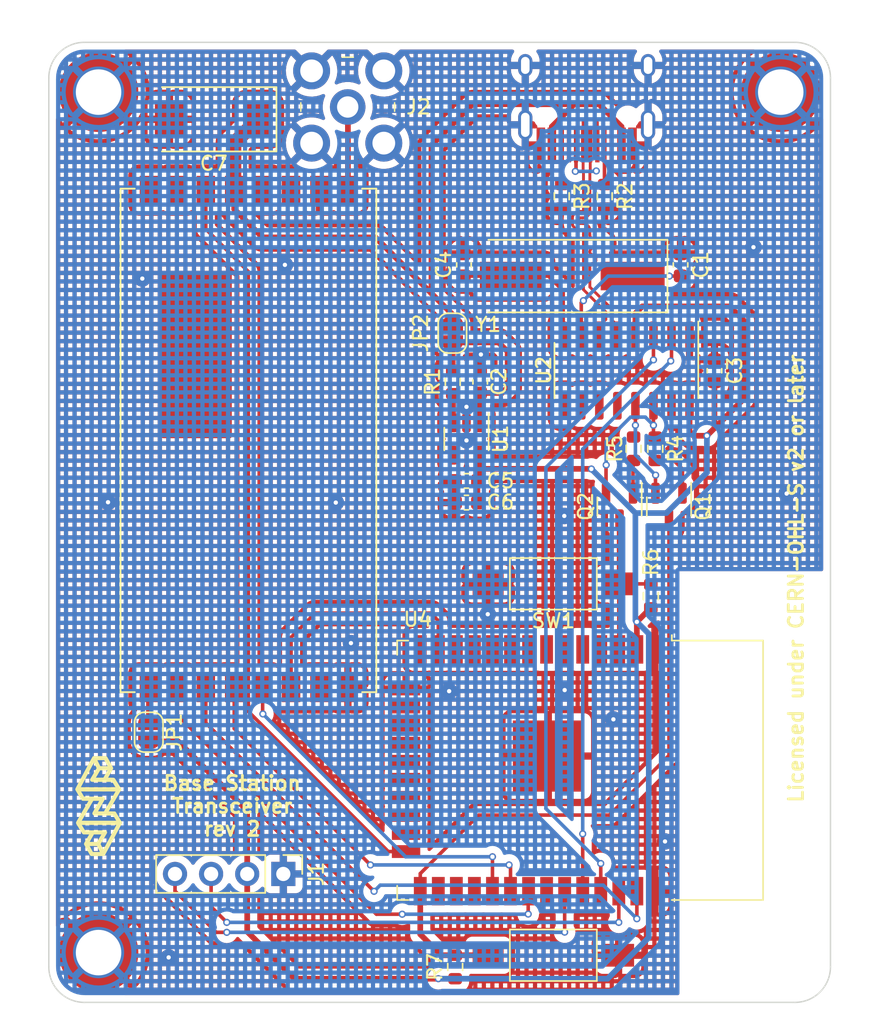
<source format=kicad_pcb>
(kicad_pcb (version 20211014) (generator pcbnew)
  (title_block (title "Base Station Transceiver") (date "2022-11-14") (rev "Rev 2") (company "Fiozera - fiozera.com.br") (comment 1 "https://github.com/fiozera/FZsatellite") (comment 2 "Licensed under CERN-OHL-S v2 or later"))
  (layers (0 "F.Cu" signal) (31 "B.Cu" signal) (34 "B.Paste" user) (35 "F.Paste" user) (36 "B.SilkS" user "B.Silkscreen") (37 "F.SilkS" user "F.Silkscreen") (38 "B.Mask" user) (39 "F.Mask" user) (44 "Edge.Cuts" user))
  (net 0 "")
  (net 1 "GND")
  (net 2 "Net-(C1-Pad2)")
  (net 3 "/+5V")
  (net 4 "/+3V3")
  (net 5 "Net-(C4-Pad1)")
  (net 6 "/RFM95_VCC")
  (net 7 "/ESP_IO22")
  (net 8 "/ESP_IO21")
  (net 9 "Net-(J2-Pad1)")
  (net 10 "Net-(Q1-Pad1)")
  (net 11 "Net-(Q1-Pad2)")
  (net 12 "/ESP_IO0")
  (net 13 "Net-(Q2-Pad1)")
  (net 14 "Net-(Q2-Pad2)")
  (net 15 "/ESP_EN")
  (net 16 "Net-(R1-Pad2)")
  (net 17 "Net-(R2-Pad1)")
  (net 18 "Net-(R3-Pad1)")
  (net 20 "/ESP_RXD")
  (net 21 "/ESP_TXD")
  (net 22 "/USB_P")
  (net 23 "/USB_N")
  (net 30 "/ESP_IO14")
  (net 31 "/ESP_IO5")
  (net 32 "/ESP_IO18")
  (net 33 "/ESP_IO23")
  (net 34 "/ESP_IO19")
  (net 35 "/RFM95_3V3_OUT")
  (net 38 "/ESP_IO2")
  (footprint "Package_TO_SOT_SMD:SOT-23" (layer "F.Cu") (at 43.6372 32.639 -90)
    (fp_text reference "Q1")
    (fp_text value "BC817")
  )
  (footprint "MountingHole:MountingHole_3.2mm_M3_DIN965_Pad_TopOnly" (layer "F.Cu") (at 3.5 3.5)
    (fp_text reference "H2")
    (fp_text value "MountingHole_Pad")
  )
  (footprint "Capacitor_SMD:C_0603_1608Metric" (layer "F.Cu") (at 46.8376 23.0886 -90)
    (fp_text reference "C3")
    (fp_text value "100nF")
  )
  (footprint "kicad:fiozera_logo_small" (layer "F.Cu") (at 3.5052 53.6956)
    (fp_text reference "G***" hide)
    (fp_text value "LOGO" hide)
  )
  (footprint "RF_Module:ESP32-WROOM-32" (layer "F.Cu") (at 34.3916 51.181 -90)
    (fp_text reference "U4")
    (fp_text value "ESP32-WROOM-32")
  )
  (footprint "Button_Switch_SMD:SW_SPST_FSMSM" (layer "F.Cu") (at 35.5014 64.1858)
    (fp_text reference "SW2")
    (fp_text value "FLSH")
  )
  (footprint "Capacitor_SMD:C_0603_1608Metric" (layer "F.Cu") (at 29.21 15.6464 90)
    (fp_text reference "C4")
    (fp_text value "22pF")
  )
  (footprint "Crystal:Crystal_SMD_HC49-SD" (layer "F.Cu") (at 36.83 16.4338 180)
    (fp_text reference "Y1")
    (fp_text value "12MHz")
  )
  (footprint "Jumper:SolderJumper-2_P1.3mm_Open_RoundedPad1.0x1.5mm" (layer "F.Cu") (at 7.0358 48.5036 -90)
    (fp_text reference "JP1")
    (fp_text value "SolderJumper_2_Open")
  )
  (footprint "Resistor_SMD:R_0603_1608Metric" (layer "F.Cu") (at 28.5926 65.0108 90)
    (fp_text reference "R7")
    (fp_text value "R_Small")
  )
  (footprint "Capacitor_SMD:C_0603_1608Metric" (layer "F.Cu") (at 29.3878 30.8356 180)
    (fp_text reference "C5")
    (fp_text value "10uF")
  )
  (footprint "Capacitor_SMD:C_0603_1608Metric" (layer "F.Cu") (at 44.45 15.6464 -90)
    (fp_text reference "C1")
    (fp_text value "22pF")
  )
  (footprint "Button_Switch_SMD:SW_SPST_FSMSM" (layer "F.Cu") (at 35.5014 38.0746 180)
    (fp_text reference "SW1")
    (fp_text value "RST")
  )
  (footprint "Resistor_SMD:R_0603_1608Metric" (layer "F.Cu") (at 42.672 28.575 -90)
    (fp_text reference "R4")
    (fp_text value "10k")
  )
  (footprint "Resistor_SMD:R_0603_1608Metric" (layer "F.Cu") (at 28.4226 23.876 -90)
    (fp_text reference "R1")
    (fp_text value "10k")
  )
  (footprint "Resistor_SMD:R_0603_1608Metric" (layer "F.Cu") (at 41.148 28.575 -90)
    (fp_text reference "R5")
    (fp_text value "10k")
  )
  (footprint "Resistor_SMD:R_0603_1608Metric" (layer "F.Cu") (at 39.116 10.8204 -90)
    (fp_text reference "R2")
    (fp_text value "5k1")
  )
  (footprint "Package_SO:SOIC-16_3.9x9.9mm_P1.27mm" (layer "F.Cu") (at 40.64 23.0756 -90)
    (fp_text reference "U2")
    (fp_text value "CH340G")
  )
  (footprint "MountingHole:MountingHole_3.2mm_M3" (layer "F.Cu") (at 51.5 64)
    (fp_text reference "H1")
    (fp_text value "MountingHole")
  )
  (footprint "Package_TO_SOT_SMD:SOT-23" (layer "F.Cu") (at 40.1574 32.6367 -90)
    (fp_text reference "Q2")
    (fp_text value "BC817")
  )
  (footprint "Fiozera:RFM95PW" (layer "F.Cu") (at 13.5462 27.9892 90)
    (fp_text reference "U3" hide)
    (fp_text value "RFM98PW" hide)
  )
  (footprint "Capacitor_Tantalum_SMD:CP_EIA-7343-15_Kemet-W" (layer "F.Cu") (at 11.6078 5.4102 180)
    (fp_text reference "C7")
    (fp_text value "150uF/6.3V")
  )
  (footprint "MountingHole:MountingHole_3.2mm_M3_DIN965_Pad_TopOnly" (layer "F.Cu") (at 51.5 3.5)
    (fp_text reference "H4")
    (fp_text value "MountingHole_Pad")
  )
  (footprint "Resistor_SMD:R_0603_1608Metric" (layer "F.Cu") (at 42.3594 38.9382 90)
    (fp_text reference "R6")
    (fp_text value "R_Small")
  )
  (footprint "Package_TO_SOT_SMD:SOT-23-5" (layer "F.Cu") (at 29.3878 27.8892 -90)
    (fp_text reference "U1")
    (fp_text value "AP2112K-3.3")
  )
  (footprint "Capacitor_SMD:C_0603_1608Metric" (layer "F.Cu") (at 30.353 23.876 90)
    (fp_text reference "C2")
    (fp_text value "10uF")
  )
  (footprint "MountingHole:MountingHole_3.2mm_M3_DIN965_Pad_TopOnly" (layer "F.Cu") (at 3.5 64)
    (fp_text reference "H3")
    (fp_text value "MountingHole_Pad")
  )
  (footprint "digikey-footprints:RF_SMA_RightAngle_5-1814400-1" (layer "F.Cu") (at 21.0312 4.5466 180)
    (fp_text reference "J2")
    (fp_text value "5-1814400-1")
  )
  (footprint "Jumper:SolderJumper-2_P1.3mm_Bridged_RoundedPad1.0x1.5mm" (layer "F.Cu") (at 28.3972 20.447 -90)
    (fp_text reference "JP2")
    (fp_text value "SolderJumper_2_Bridged")
  )
  (footprint "Connector_PinHeader_2.54mm:PinHeader_1x04_P2.54mm_Vertical" (layer "F.Cu") (at 16.5 58.4708 -90)
    (fp_text reference "J1")
    (fp_text value "Conn_01x04")
  )
  (footprint "Resistor_SMD:R_0603_1608Metric" (layer "F.Cu") (at 36.0934 10.8204 -90)
    (fp_text reference "R3")
    (fp_text value "5k1")
  )
  (footprint "Type-C:HRO-TYPE-C-31-M-12-HandSoldering" (layer "F.Cu") (at 37.846 -0.9782 180)
    (fp_text reference "USB1")
    (fp_text value "HRO-TYPE-C-31-M-12")
  )
  (footprint "Capacitor_SMD:C_0603_1608Metric" (layer "F.Cu") (at 29.3878 32.3596 180)
    (fp_text reference "C6")
    (fp_text value "1uF")
  )
  (gr_arc (start 0 2.5) (mid 0.732233 0.732233) (end 2.5 0) (layer "Edge.Cuts") (width 0.1))
  (gr_line (start 2.5 67.5) (end 52.5 67.5) (layer "Edge.Cuts") (width 0.1))
  (gr_line (start 0 2.5) (end 0.00002 65) (layer "Edge.Cuts") (width 0.1))
  (gr_arc (start 52.5 0) (mid 54.267767 0.732233) (end 55 2.5) (layer "Edge.Cuts") (width 0.1))
  (gr_arc (start 2.5 67.5) (mid 0.732244 66.767762) (end 0.00002 65) (layer "Edge.Cuts") (width 0.1))
  (gr_arc (start 55 65) (mid 54.267767 66.767767) (end 52.5 67.5) (layer "Edge.Cuts") (width 0.1))
  (gr_line (start 52.5 0) (end 2.5 0) (layer "Edge.Cuts") (width 0.1))
  (gr_line (start 55 65) (end 55 2.5) (layer "Edge.Cuts") (width 0.1))
  (gr_text "Licensed under CERN-OHL-S v2 or later" (at 52.578 37.6936 90) (layer "F.SilkS") (effects (font (size 1 1) (thickness 0.2))))
  (gr_text "Base Station\nTransceiver\nrev 2" (at 12.9032 53.6956) (layer "F.SilkS") (effects (font (size 1 1) (thickness 0.2))))
  (via (at 20.193 32.3596) (size 0.5) (drill 0.3) (layers "F.Cu" "B.Cu") (net 1))
  (via (at 51.9176 31.7246) (size 0.5) (drill 0.3) (layers "F.Cu" "B.Cu") (net 1))
  (via (at 28.1686 45.6184) (size 0.5) (drill 0.3) (layers "F.Cu" "B.Cu") (net 1))
  (via (at 36.2966 45.5422) (size 0.5) (drill 0.3) (layers "F.Cu" "B.Cu") (net 1))
  (via (at 49.5808 14.4018) (size 0.5) (drill 0.3) (layers "F.Cu" "B.Cu") (net 1))
  (via (at 29.3878 27.9908) (size 0.5) (drill 0.3) (layers "F.Cu" "B.Cu") (net 1))
  (via (at 36.2712 33.2994) (size 0.5) (drill 0.3) (layers "F.Cu" "B.Cu") (net 1))
  (via (at 43.3578 56.1848) (size 0.5) (drill 0.3) (layers "F.Cu" "B.Cu") (net 1))
  (via (at 29.3878 25.6286) (size 0.5) (drill 0.3) (layers "F.Cu" "B.Cu") (net 1))
  (via (at 8.4328 64.3382) (size 0.5) (drill 0.3) (layers "F.Cu" "B.Cu") (net 1))
  (via (at 30.8864 40.2082) (size 0.5) (drill 0.3) (layers "F.Cu" "B.Cu") (net 1))
  (via (at 30.4038 21.9456) (size 0.5) (drill 0.3) (layers "F.Cu" "B.Cu") (net 1))
  (via (at 16.6116 15.6464) (size 0.5) (drill 0.3) (layers "F.Cu" "B.Cu") (net 1))
  (via (at 6.5786 16.6116) (size 0.5) (drill 0.3) (layers "F.Cu" "B.Cu") (net 1))
  (via (at 39.7256 47.5996) (size 0.5) (drill 0.3) (layers "F.Cu" "B.Cu") (net 1))
  (via (at 4.1656 32.3342) (size 0.5) (drill 0.3) (layers "F.Cu" "B.Cu") (net 1))
  (via (at 21.2598 42.2402) (size 0.5) (drill 0.3) (layers "F.Cu" "B.Cu") (net 1))
  (segment (start 37.465 20.6006) (end 37.465 18.3134) (width 0.25) (layer "F.Cu") (net 2))
  (segment (start 44.4376 16.4338) (end 41.08 16.4338) (width 0.25) (layer "F.Cu") (net 2))
  (segment (start 44.45 16.4214) (end 44.4376 16.4338) (width 0.25) (layer "F.Cu") (net 2))
  (segment (start 37.465 18.3134) (end 37.615844 18.162556) (width 0.25) (layer "F.Cu") (net 2))
  (via (at 43.6626 16.4338) (size 0.5) (drill 0.3) (layers "F.Cu" "B.Cu") (net 2))
  (via (at 37.615844 18.162556) (size 0.5) (drill 0.3) (layers "F.Cu" "B.Cu") (net 2))
  (segment (start 37.615844 18.162556) (end 39.3446 16.4338) (width 0.25) (layer "B.Cu") (net 2))
  (segment (start 39.3446 16.4338) (end 43.6626 16.4338) (width 0.25) (layer "B.Cu") (net 2))
  (segment (start 32.2834 24.257) (end 31.8894 24.651) (width 0.4) (layer "F.Cu") (net 3))
  (segment (start 31.638 21.097) (end 32.2834 21.7424) (width 0.4) (layer "F.Cu") (net 3))
  (segment (start 32.2834 21.7424) (end 32.2834 24.257) (width 0.4) (layer "F.Cu") (net 3))
  (segment (start 30.3378 26.7517) (end 30.3378 24.6662) (width 0.4) (layer "F.Cu") (net 3))
  (segment (start 31.8894 24.651) (end 30.353 24.651) (width 0.4) (layer "F.Cu") (net 3))
  (segment (start 28.4226 23.051) (end 28.4226 21.1224) (width 0.4) (layer "F.Cu") (net 3))
  (segment (start 30.3378 24.6662) (end 30.353 24.651) (width 0.4) (layer "F.Cu") (net 3))
  (segment (start 28.4226 21.1224) (end 28.3972 21.097) (width 0.4) (layer "F.Cu") (net 3))
  (segment (start 28.3972 21.097) (end 31.638 21.097) (width 0.4) (layer "F.Cu") (net 3))
  (segment (start 48.9204 25.0444) (end 46.8376 27.1272) (width 0.4) (layer "F.Cu") (net 4))
  (segment (start 9.0978 49.1536) (end 13.96 54.0158) (width 0.4) (layer "F.Cu") (net 4))
  (segment (start 41.7576 18.5674) (end 47.9044 18.5674) (width 0.4) (layer "F.Cu") (net 4))
  (segment (start 38.166 29.9872) (end 38.1762 29.9974) (width 0.4) (layer "F.Cu") (net 4))
  (segment (start 17.271 65.8358) (end 27.4076 65.8358) (width 0.4) (layer "F.Cu") (net 4))
  (segment (start 41.275 19.05) (end 41.7576 18.5674) (width 0.4) (layer "F.Cu") (net 4))
  (segment (start 30.3378 30.6606) (end 30.1628 30.8356) (width 0.4) (layer "F.Cu") (net 4))
  (segment (start 46.3042 27.6606) (end 46.8376 27.1272) (width 0.4) (layer "F.Cu") (net 4))
  (segment (start 41.3766 42.681) (end 41.3766 40.746) (width 0.4) (layer "F.Cu") (net 4))
  (segment (start 47.9044 18.5674) (end 48.9204 19.5834) (width 0.4) (layer "F.Cu") (net 4))
  (segment (start 48.9204 19.5834) (end 48.9204 25.0444) (width 0.4) (layer "F.Cu") (net 4))
  (segment (start 13.96 58.4708) (end 13.96 62.5248) (width 0.4) (layer "F.Cu") (net 4))
  (segment (start 27.4076 65.8358) (end 28.5926 65.8358) (width 0.4) (layer "F.Cu") (net 4))
  (segment (start 45.085 27.3812) (end 45.3644 27.6606) (width 0.4) (layer "F.Cu") (net 4))
  (segment (start 41.275 20.6006) (end 41.275 19.05) (width 0.4) (layer "F.Cu") (net 4))
  (segment (start 30.3378 29.9872) (end 30.3378 30.6606) (width 0.4) (layer "F.Cu") (net 4))
  (segment (start 13.96 54.0158) (end 13.96 58.4708) (width 0.4) (layer "F.Cu") (net 4))
  (segment (start 46.8376 27.1272) (end 46.8376 23.8636) (width 0.4) (layer "F.Cu") (net 4))
  (segment (start 30.3378 29.9872) (end 38.166 29.9872) (width 0.4) (layer "F.Cu") (net 4))
  (segment (start 45.3644 27.6606) (end 46.3042 27.6606) (width 0.4) (layer "F.Cu") (net 4))
  (segment (start 30.3378 29.0267) (end 30.3378 29.9872) (width 0.4) (layer "F.Cu") (net 4))
  (segment (start 7.0358 49.1536) (end 9.0978 49.1536) (width 0.4) (layer "F.Cu") (net 4))
  (segment (start 13.96 62.5248) (end 17.271 65.8358) (width 0.4) (layer "F.Cu") (net 4))
  (segment (start 41.3766 40.746) (end 42.3594 39.7632) (width 0.4) (layer "F.Cu") (net 4))
  (segment (start 30.1628 32.3596) (end 30.1628 30.8356) (width 0.4) (layer "F.Cu") (net 4))
  (segment (start 45.085 25.5506) (end 45.085 27.3812) (width 0.4) (layer "F.Cu") (net 4))
  (via (at 41.3766 40.746) (size 0.5) (drill 0.3) (layers "F.Cu" "B.Cu") (net 4))
  (via (at 46.3042 27.6606) (size 0.5) (drill 0.3) (layers "F.Cu" "B.Cu") (net 4))
  (via (at 27.4076 65.8358) (size 0.5) (drill 0.3) (layers "F.Cu" "B.Cu") (net 4))
  (via (at 38.1762 29.9974) (size 0.5) (drill 0.3) (layers "F.Cu" "B.Cu") (net 4))
  (segment (start 43.4594 33.0962) (end 46.3042 30.2514) (width 0.4) (layer "B.Cu") (net 4))
  (segment (start 41.275 33.0962) (end 41.275 40.6444) (width 0.4) (layer "B.Cu") (net 4))
  (segment (start 46.3042 30.2514) (end 46.3042 27.6606) (width 0.4) (layer "B.Cu") (net 4))
  (segment (start 38.1762 29.9974) (end 41.275 33.0962) (width 0.4) (layer "B.Cu") (net 4))
  (segment (start 41.275 40.6444) (end 41.3766 40.746) (width 0.4) (layer "B.Cu") (net 4))
  (segment (start 41.275 33.0962) (end 43.4594 33.0962) (width 0.4) (layer "B.Cu") (net 4))
  (segment (start 27.4076 65.8358) (end 39.3202 65.8358) (width 0.4) (layer "B.Cu") (net 4))
  (segment (start 39.3202 65.8358) (end 42.2148 62.9412) (width 0.4) (layer "B.Cu") (net 4))
  (segment (start 42.2148 41.5842) (end 41.3766 40.746) (width 0.4) (layer "B.Cu") (net 4))
  (segment (start 42.2148 62.9412) (end 42.2148 41.5842) (width 0.4) (layer "B.Cu") (net 4))
  (segment (start 29.2224 16.4338) (end 32.58 16.4338) (width 0.25) (layer "F.Cu") (net 5))
  (segment (start 35.1536 16.4338) (end 32.58 16.4338) (width 0.25) (layer "F.Cu") (net 5))
  (segment (start 36.195 20.6006) (end 36.195 17.4752) (width 0.25) (layer "F.Cu") (net 5))
  (segment (start 36.195 17.4752) (end 35.1536 16.4338) (width 0.25) (layer "F.Cu") (net 5))
  (segment (start 29.21 16.4214) (end 29.2224 16.4338) (width 0.25) (layer "F.Cu") (net 5))
  (segment (start 29.81072 4.35228) (end 35.854059 4.35228) (width 0.4) (layer "F.Cu") (net 6))
  (segment (start 35.396 5.927139) (end 35.396 7.2168) (width 0.4) (layer "F.Cu") (net 6))
  (segment (start 40.296 7.2168) (end 40.296 5.927139) (width 0.4) (layer "F.Cu") (net 6))
  (segment (start 26.924 7.239) (end 29.81072 4.35228) (width 0.4) (layer "F.Cu") (net 6))
  (segment (start 22.987 13.716) (end 15.0368 13.716) (width 0.4) (layer "F.Cu") (net 6))
  (segment (start 15.0368 13.716) (end 13.0462 11.7254) (width 0.4) (layer "F.Cu") (net 6))
  (segment (start 38.721141 4.35228) (end 39.279542 4.910681) (width 0.4) (layer "F.Cu") (net 6))
  (segment (start 28.3972 19.797) (end 28.3972 19.1262) (width 0.4) (layer "F.Cu") (net 6))
  (segment (start 35.854059 4.35228) (end 38.721141 4.35228) (width 0.4) (layer "F.Cu") (net 6))
  (segment (start 13.0462 7.0843) (end 14.7203 5.4102) (width 1) (layer "F.Cu") (net 6))
  (segment (start 38.721141 4.35228) (end 36.970859 4.35228) (width 0.4) (layer "F.Cu") (net 6))
  (segment (start 40.296 5.927139) (end 39.279542 4.910681) (width 0.4) (layer "F.Cu") (net 6))
  (segment (start 28.3972 19.1262) (end 26.924 17.653) (width 0.4) (layer "F.Cu") (net 6))
  (segment (start 13.0462 11.7254) (end 13.0462 10.3892) (width 0.4) (layer "F.Cu") (net 6))
  (segment (start 13.0462 10.3892) (end 13.0462 7.0843) (width 1) (layer "F.Cu") (net 6))
  (segment (start 36.970859 4.35228) (end 35.396 5.927139) (width 0.4) (layer "F.Cu") (net 6))
  (segment (start 26.924 17.653) (end 22.987 13.716) (width 0.4) (layer "F.Cu") (net 6))
  (segment (start 26.924 17.653) (end 26.924 7.239) (width 0.4) (layer "F.Cu") (net 6))
  (segment (start 11.42 58.4708) (end 11.42 60.7722) (width 0.25) (layer "F.Cu") (net 7))
  (segment (start 40.1066 61.8744) (end 40.1066 59.681) (width 0.25) (layer "F.Cu") (net 7))
  (segment (start 11.42 60.7722) (end 12.5222 61.8744) (width 0.25) (layer "F.Cu") (net 7))
  (via (at 12.5222 61.8744) (size 0.5) (drill 0.3) (layers "F.Cu" "B.Cu") (net 7))
  (via (at 40.1066 61.8744) (size 0.5) (drill 0.3) (layers "F.Cu" "B.Cu") (net 7))
  (segment (start 12.5222 61.8744) (end 40.1066 61.8744) (width 0.25) (layer "B.Cu") (net 7))
  (segment (start 11.781022 62.573903) (end 12.5222 62.573903) (width 0.25) (layer "F.Cu") (net 8))
  (segment (start 36.2966 62.5602) (end 36.2966 59.681) (width 0.25) (layer "F.Cu") (net 8))
  (segment (start 8.88 58.4708) (end 8.88 59.672881) (width 0.25) (layer "F.Cu") (net 8))
  (segment (start 8.88 59.672881) (end 11.781022 62.573903) (width 0.25) (layer "F.Cu") (net 8))
  (via (at 36.2966 62.5602) (size 0.5) (drill 0.3) (layers "F.Cu" "B.Cu") (net 8))
  (via (at 12.5222 62.573903) (size 0.5) (drill 0.3) (layers "F.Cu" "B.Cu") (net 8))
  (segment (start 12.5222 62.573903) (end 36.282897 62.573903) (width 0.25) (layer "B.Cu") (net 8))
  (segment (start 36.282897 62.573903) (end 36.2966 62.5602) (width 0.25) (layer "B.Cu") (net 8))
  (segment (start 21.0462 10.3892) (end 21.0462 4.5616) (width 0.4) (layer "F.Cu") (net 9))
  (segment (start 21.0462 4.5616) (end 21.0312 4.5466) (width 0.4) (layer "F.Cu") (net 9))
  (segment (start 42.672 29.4) (end 43.9796 29.4) (width 0.25) (layer "F.Cu") (net 10))
  (segment (start 44.5872 30.0076) (end 44.5872 31.7015) (width 0.25) (layer "F.Cu") (net 10))
  (segment (start 43.9796 29.4) (end 44.5872 30.0076) (width 0.25) (layer "F.Cu") (net 10))
  (segment (start 42.6872 30.4394) (end 42.6974 30.4292) (width 0.25) (layer "F.Cu") (net 11))
  (segment (start 42.6872 31.7015) (end 42.6872 30.4394) (width 0.25) (layer "F.Cu") (net 11))
  (segment (start 41.275 25.5506) (end 41.275 26.924) (width 0.25) (layer "F.Cu") (net 11))
  (segment (start 41.275 26.924) (end 41.275 27.623) (width 0.25) (layer "F.Cu") (net 11))
  (segment (start 41.275 27.623) (end 41.148 27.75) (width 0.25) (layer "F.Cu") (net 11))
  (via (at 41.275 26.924) (size 0.5) (drill 0.3) (layers "F.Cu" "B.Cu") (net 11))
  (via (at 42.6974 30.4292) (size 0.5) (drill 0.3) (layers "F.Cu" "B.Cu") (net 11))
  (segment (start 42.6974 30.4292) (end 41.275 29.0068) (width 0.25) (layer "B.Cu") (net 11))
  (segment (start 41.275 29.0068) (end 41.275 26.924) (width 0.25) (layer "B.Cu") (net 11))
  (segment (start 43.6372 33.5765) (end 43.6372 50.1396) (width 0.25) (layer "F.Cu") (net 12))
  (segment (start 28.5926 64.1858) (end 30.9114 64.1858) (width 0.4) (layer "F.Cu") (net 12))
  (segment (start 43.6372 50.1396) (end 39.4462 54.3306) (width 0.25) (layer "F.Cu") (net 12))
  (segment (start 26.1366 59.681) (end 26.1366 62.7126) (width 0.4) (layer "F.Cu") (net 12))
  (segment (start 39.4462 54.3306) (end 30.2514 54.3306) (width 0.25) (layer "F.Cu") (net 12))
  (segment (start 26.1366 58.4454) (end 26.1366 59.681) (width 0.25) (layer "F.Cu") (net 12))
  (segment (start 30.2514 54.3306) (end 26.1366 58.4454) (width 0.25) (layer "F.Cu") (net 12))
  (segment (start 26.1366 62.7126) (end 27.6098 64.1858) (width 0.4) (layer "F.Cu") (net 12))
  (segment (start 27.6098 64.1858) (end 28.5926 64.1858) (width 0.4) (layer "F.Cu") (net 12))
  (segment (start 41.1074 29.4406) (end 41.148 29.4) (width 0.25) (layer "F.Cu") (net 13))
  (segment (start 41.1074 31.6992) (end 41.1074 29.4406) (width 0.25) (layer "F.Cu") (net 13))
  (segment (start 39.2074 29.7282) (end 39.2176 29.718) (width 0.25) (layer "F.Cu") (net 14))
  (segment (start 42.545 27.623) (end 42.672 27.75) (width 0.25) (layer "F.Cu") (net 14))
  (segment (start 42.545 25.5506) (end 42.545 26.924) (width 0.25) (layer "F.Cu") (net 14))
  (segment (start 39.2074 31.6992) (end 39.2074 29.7282) (width 0.25) (layer "F.Cu") (net 14))
  (segment (start 42.545 26.924) (end 42.545 27.623) (width 0.25) (layer "F.Cu") (net 14))
  (via (at 39.2176 29.718) (size 0.5) (drill 0.3) (layers "F.Cu" "B.Cu") (net 14))
  (via (at 42.545 26.924) (size 0.5) (drill 0.3) (layers "F.Cu" "B.Cu") (net 14))
  (segment (start 39.2176 28.067) (end 40.935111 26.349489) (width 0.25) (layer "B.Cu") (net 14))
  (segment (start 40.935111 26.349489) (end 41.970489 26.349489) (width 0.25) (layer "B.Cu") (net 14))
  (segment (start 41.970489 26.349489) (end 42.545 26.924) (width 0.25) (layer "B.Cu") (net 14))
  (segment (start 39.2176 29.718) (end 39.2176 28.067) (width 0.25) (layer "B.Cu") (net 14))
  (segment (start 40.1066 38.0898) (end 40.0914 38.0746) (width 0.25) (layer "F.Cu") (net 15))
  (segment (start 40.1066 42.681) (end 40.1066 38.0898) (width 0.25) (layer "F.Cu") (net 15))
  (segment (start 42.3208 38.0746) (end 42.3594 38.1132) (width 0.25) (layer "F.Cu") (net 15))
  (segment (start 40.0914 38.0746) (end 40.0914 33.6402) (width 0.25) (layer "F.Cu") (net 15))
  (segment (start 40.0914 33.6402) (end 40.1574 33.5742) (width 0.25) (layer "F.Cu") (net 15))
  (segment (start 40.0914 38.0746) (end 42.3208 38.0746) (width 0.25) (layer "F.Cu") (net 15))
  (segment (start 28.4378 26.7517) (end 28.4378 24.7162) (width 0.4) (layer "F.Cu") (net 16))
  (segment (start 28.4378 24.7162) (end 28.4226 24.701) (width 0.4) (layer "F.Cu") (net 16))
  (segment (start 39.096 9.9754) (end 39.116 9.9954) (width 0.25) (layer "F.Cu") (net 17))
  (segment (start 39.096 7.2168) (end 39.096 9.9754) (width 0.25) (layer "F.Cu") (net 17))
  (segment (start 36.096 9.9928) (end 36.0934 9.9954) (width 0.25) (layer "F.Cu") (net 18))
  (segment (start 36.096 7.2168) (end 36.096 9.9928) (width 0.25) (layer "F.Cu") (net 18))
  (segment (start 37.5666 59.681) (end 37.5666 55.651734) (width 0.25) (layer "F.Cu") (net 20))
  (segment (start 37.5666 55.651734) (end 37.566433 55.651567) (width 0.25) (layer "F.Cu") (net 20))
  (segment (start 43.815 20.6006) (end 43.815 22.352) (width 0.25) (layer "F.Cu") (net 20))
  (segment (start 43.815 22.352) (end 43.7642 22.4028) (width 0.25) (layer "F.Cu") (net 20))
  (via (at 37.566433 55.651567) (size 0.5) (drill 0.3) (layers "F.Cu" "B.Cu") (net 20))
  (via (at 43.7642 22.4028) (size 0.5) (drill 0.3) (layers "F.Cu" "B.Cu") (net 20))
  (segment (start 37.5666 28.6004) (end 43.7642 22.4028) (width 0.25) (layer "B.Cu") (net 20))
  (segment (start 37.5666 55.6514) (end 37.5666 28.6004) (width 0.25) (layer "B.Cu") (net 20))
  (segment (start 37.566433 55.651567) (end 37.5666 55.6514) (width 0.25) (layer "B.Cu") (net 20))
  (segment (start 38.8366 57.7342) (end 38.8366 59.681) (width 0.25) (layer "F.Cu") (net 21))
  (segment (start 42.545 20.6006) (end 42.545 22.3266) (width 0.25) (layer "F.Cu") (net 21))
  (via (at 38.8366 57.7342) (size 0.5) (drill 0.3) (layers "F.Cu" "B.Cu") (net 21))
  (via (at 42.545 22.3266) (size 0.5) (drill 0.3) (layers "F.Cu" "B.Cu") (net 21))
  (segment (start 38.8366 57.7342) (end 34.9758 53.8734) (width 0.25) (layer "B.Cu") (net 21))
  (segment (start 34.9758 29.8958) (end 42.545 22.3266) (width 0.25) (layer "B.Cu") (net 21))
  (segment (start 34.9758 53.8734) (end 34.9758 29.8958) (width 0.25) (layer "B.Cu") (net 21))
  (segment (start 38.096 9.054301) (end 38.509599 9.054301) (width 0.2) (layer "F.Cu") (net 22))
  (segment (start 38.071 13.240084) (end 38.071 13.5328) (width 0.2) (layer "F.Cu") (net 22))
  (segment (start 38.071 15.9328) (end 38.071 17.2042) (width 0.2) (layer "F.Cu") (net 22))
  (segment (start 38.49049 15.15229) (end 38.49049 15.3328) (width 0.2) (layer "F.Cu") (net 22))
  (segment (start 38.071 9.079301) (end 38.071 11.8328) (width 0.2) (layer "F.Cu") (net 22))
  (segment (start 38.071 17.2042) (end 39.595001 18.728201) (width 0.2) (layer "F.Cu") (net 22))
  (segment (start 38.096 7.2168) (end 38.096 9.054301) (width 0.2) (layer "F.Cu") (net 22))
  (segment (start 38.071 15.75229) (end 38.071 15.9328) (width 0.2) (layer "F.Cu") (net 22))
  (segment (start 37.288716 12.390084) (end 37.288716 12.6828) (width 0.2) (layer "F.Cu") (net 22))
  (segment (start 37.567358 12.336442) (end 37.342358 12.336442) (width 0.2) (layer "F.Cu") (net 22))
  (segment (start 38.371 13.8328) (end 38.74049 13.8328) (width 0.2) (layer "F.Cu") (net 22))
  (segment (start 38.096 9.054301) (end 38.071 9.079301) (width 0.2) (layer "F.Cu") (net 22))
  (segment (start 38.74049 14.4328) (end 38.371 14.4328) (width 0.2) (layer "F.Cu") (net 22))
  (segment (start 37.096 9.022542) (end 37.046777 9.071765) (width 0.25) (layer "F.Cu") (net 22))
  (segment (start 40.005 19.9136) (end 40.005 20.6006) (width 0.2) (layer "F.Cu") (net 22))
  (segment (start 37.342358 12.736442) (end 37.567358 12.736442) (width 0.2) (layer "F.Cu") (net 22))
  (segment (start 39.595001 18.728201) (end 39.595001 19.503601) (width 0.2) (layer "F.Cu") (net 22))
  (segment (start 39.595001 19.503601) (end 40.005 19.9136) (width 0.2) (layer "F.Cu") (net 22))
  (segment (start 37.096 7.2168) (end 37.096 9.022542) (width 0.25) (layer "F.Cu") (net 22))
  (via (at 38.5215 9.0424) (size 0.5) (drill 0.3) (layers "F.Cu" "B.Cu") (net 22))
  (via (at 37.046777 9.071765) (size 0.5) (drill 0.3) (layers "F.Cu" "B.Cu") (net 22))
  (arc (start 38.071 11.8328) (mid 37.923487 12.188929) (end 37.567358 12.336442) (width 0.2) (layer "F.Cu") (net 22))
  (arc (start 38.280745 14.942545) (mid 38.429057 15.003978) (end 38.49049 15.15229) (width 0.2) (layer "F.Cu") (net 22))
  (arc (start 38.74049 13.8328) (mid 38.952622 13.920668) (end 39.04049 14.1328) (width 0.2) (layer "F.Cu") (net 22))
  (arc (start 37.288716 12.6828) (mid 37.304427 12.720731) (end 37.342358 12.736442) (width 0.2) (layer "F.Cu") (net 22))
  (arc (start 37.342358 12.336442) (mid 37.304427 12.352153) (end 37.288716 12.390084) (width 0.2) (layer "F.Cu") (net 22))
  (arc (start 38.280745 15.542545) (mid 38.132433 15.603978) (end 38.071 15.75229) (width 0.2) (layer "F.Cu") (net 22))
  (arc (start 37.567358 12.736442) (mid 37.923487 12.883955) (end 38.071 13.240084) (width 0.2) (layer "F.Cu") (net 22))
  (arc (start 38.371 14.4328) (mid 38.158868 14.520668) (end 38.071 14.7328) (width 0.2) (layer "F.Cu") (net 22))
  (arc (start 39.04049 14.1328) (mid 38.952622 14.344932) (end 38.74049 14.4328) (width 0.2) (layer "F.Cu") (net 22))
  (arc (start 38.071 13.5328) (mid 38.158868 13.744932) (end 38.371 13.8328) (width 0.2) (layer "F.Cu") (net 22))
  (arc (start 38.49049 15.3328) (mid 38.429057 15.481112) (end 38.280745 15.542545) (width 0.2) (layer "F.Cu") (net 22))
  (arc (start 38.071 14.7328) (mid 38.132433 14.881112) (end 38.280745 14.942545) (width 0.2) (layer "F.Cu") (net 22))
  (segment (start 37.046777 9.071765) (end 38.492135 9.071765) (width 0.25) (layer "B.Cu") (net 22))
  (segment (start 38.492135 9.071765) (end 38.5215 9.0424) (width 0.25) (layer "B.Cu") (net 22))
  (segment (start 37.596 7.2168) (end 37.596 9.054301) (width 0.2) (layer "F.Cu") (net 23))
  (segment (start 37.596 7.2168) (end 37.596 5.6094) (width 0.2) (layer "F.Cu") (net 23))
  (segment (start 37.596 5.6094) (end 37.7952 5.4102) (width 0.2) (layer "F.Cu") (net 23))
  (segment (start 38.735 19.939) (end 38.735 20.6006) (width 0.2) (layer "F.Cu") (net 23))
  (segment (start 37.7952 5.4102) (end 38.3794 5.4102) (width 0.2) (layer "F.Cu") (net 23))
  (segment (start 36.838716 12.390084) (end 36.838716 12.6828) (width 0.2) (layer "F.Cu") (net 23))
  (segment (start 39.195481 19.478519) (end 38.735 19.939) (width 0.2) (layer "F.Cu") (net 23))
  (segment (start 37.621 17.3906) (end 39.195481 18.965081) (width 0.2) (layer "F.Cu") (net 23))
  (segment (start 37.621 13.5328) (end 37.621 17.3906) (width 0.2) (layer "F.Cu") (net 23))
  (segment (start 37.596 9.054301) (end 37.621 9.079301) (width 0.2) (layer "F.Cu") (net 23))
  (segment (start 37.567358 11.886442) (end 37.342358 11.886442) (width 0.2) (layer "F.Cu") (net 23))
  (segment (start 37.621 9.079301) (end 37.621 11.8328) (width 0.2) (layer "F.Cu") (net 23))
  (segment (start 38.596 5.6268) (end 38.596 7.2168) (width 0.2) (layer "F.Cu") (net 23))
  (segment (start 37.342358 13.186442) (end 37.567358 13.186442) (width 0.2) (layer "F.Cu") (net 23))
  (segment (start 39.195481 18.965081) (end 39.195481 19.478519) (width 0.2) (layer "F.Cu") (net 23))
  (segment (start 37.621 13.240084) (end 37.621 13.5328) (width 0.2) (layer "F.Cu") (net 23))
  (segment (start 38.3794 5.4102) (end 38.596 5.6268) (width 0.2) (layer "F.Cu") (net 23))
  (arc (start 36.838716 12.6828) (mid 36.986229 13.038929) (end 37.342358 13.186442) (width 0.2) (layer "F.Cu") (net 23))
  (arc (start 37.342358 11.886442) (mid 36.986229 12.033955) (end 36.838716 12.390084) (width 0.2) (layer "F.Cu") (net 23))
  (arc (start 37.567358 13.186442) (mid 37.605289 13.202153) (end 37.621 13.240084) (width 0.2) (layer "F.Cu") (net 23))
  (arc (start 37.621 11.8328) (mid 37.605289 11.870731) (end 37.567358 11.886442) (width 0.2) (layer "F.Cu") (net 23))
  (segment (start 27.4066 40.6654) (end 26.8732 40.132) (width 0.25) (layer "F.Cu") (net 30))
  (segment (start 17.0462 41.831) (end 17.0462 45.3892) (width 0.25) (layer "F.Cu") (net 30))
  (segment (start 18.7452 40.132) (end 17.0462 41.831) (width 0.25) (layer "F.Cu") (net 30))
  (segment (start 26.8732 40.132) (end 18.7452 40.132) (width 0.25) (layer "F.Cu") (net 30))
  (segment (start 27.4066 42.681) (end 27.4066 40.6654) (width 0.25) (layer "F.Cu") (net 30))
  (segment (start 15.0462 45.3892) (end 15.0462 47.2026) (width 0.25) (layer "F.Cu") (net 31))
  (segment (start 31.2166 57.2613) (end 31.2166 59.681) (width 0.25) (layer "F.Cu") (net 31))
  (segment (start 15.0462 47.2026) (end 15.0622 47.2186) (width 0.25) (layer "F.Cu") (net 31))
  (via (at 31.2166 57.2613) (size 0.5) (drill 0.3) (layers "F.Cu" "B.Cu") (net 31))
  (via (at 15.0622 47.2186) (size 0.5) (drill 0.3) (layers "F.Cu" "B.Cu") (net 31))
  (segment (start 25.1049 57.2613) (end 15.0622 47.2186) (width 0.25) (layer "B.Cu") (net 31))
  (segment (start 31.2166 57.2613) (end 25.1049 57.2613) (width 0.25) (layer "B.Cu") (net 31))
  (segment (start 18.7198 53.9242) (end 22.6314 57.8358) (width 0.25) (layer "F.Cu") (net 32))
  (segment (start 13.0462 45.3892) (end 13.0462 48.2506) (width 0.25) (layer "F.Cu") (net 32))
  (segment (start 32.4866 59.681) (end 32.4866 57.9374) (width 0.25) (layer "F.Cu") (net 32))
  (segment (start 13.0462 48.2506) (end 18.7198 53.9242) (width 0.25) (layer "F.Cu") (net 32))
  (segment (start 32.4866 57.9374) (end 32.385 57.8358) (width 0.25) (layer "F.Cu") (net 32))
  (via (at 22.6314 57.8358) (size 0.5) (drill 0.3) (layers "F.Cu" "B.Cu") (net 32))
  (via (at 32.385 57.8358) (size 0.5) (drill 0.3) (layers "F.Cu" "B.Cu") (net 32))
  (segment (start 22.6314 57.8358) (end 32.385 57.8358) (width 0.25) (layer "B.Cu") (net 32))
  (segment (start 22.8854 59.69) (end 11.0462 47.8508) (width 0.25) (layer "F.Cu") (net 33))
  (segment (start 41.3766 59.681) (end 41.3766 61.6204) (width 0.25) (layer "F.Cu") (net 33))
  (segment (start 11.0462 47.8508) (end 11.0462 45.3892) (width 0.25) (layer "F.Cu") (net 33))
  (via (at 41.3766 61.6204) (size 0.5) (drill 0.3) (layers "F.Cu" "B.Cu") (net 33))
  (via (at 22.8854 59.69) (size 0.5) (drill 0.3) (layers "F.Cu" "B.Cu") (net 33))
  (segment (start 23.3172 59.2582) (end 39.0144 59.2582) (width 0.25) (layer "B.Cu") (net 33))
  (segment (start 39.0144 59.2582) (end 41.3766 61.6204) (width 0.25) (layer "B.Cu") (net 33))
  (segment (start 22.8854 59.69) (end 23.3172 59.2582) (width 0.25) (layer "B.Cu") (net 33))
  (segment (start 33.7312 61.2902) (end 33.7312 59.7064) (width 0.25) (layer "F.Cu") (net 34))
  (segment (start 9.0462 47.2986) (end 23.0475 61.2999) (width 0.25) (layer "F.Cu") (net 34))
  (segment (start 23.0475 61.2999) (end 24.8666 61.2999) (width 0.25) (layer "F.Cu") (net 34))
  (segment (start 9.0462 45.3892) (end 9.0462 47.2986) (width 0.25) (layer "F.Cu") (net 34))
  (segment (start 33.7312 59.7064) (end 33.7566 59.681) (width 0.25) (layer "F.Cu") (net 34))
  (via (at 24.8666 61.2999) (size 0.5) (drill 0.3) (layers "F.Cu" "B.Cu") (net 34))
  (via (at 33.7312 61.2902) (size 0.5) (drill 0.3) (layers "F.Cu" "B.Cu") (net 34))
  (segment (start 24.8666 61.2999) (end 33.7215 61.2999) (width 0.25) (layer "B.Cu") (net 34))
  (segment (start 33.7215 61.2999) (end 33.7312 61.2902) (width 0.25) (layer "B.Cu") (net 34))
  (segment (start 7.0462 47.8432) (end 7.0358 47.8536) (width 0.4) (layer "F.Cu") (net 35))
  (segment (start 7.0462 45.3892) (end 7.0462 47.8432) (width 0.4) (layer "F.Cu") (net 35))
  (segment (start 23.8866 56.896) (end 14.0462 47.0556) (width 0.25) (layer "F.Cu") (net 38))
  (segment (start 14.0462 47.0556) (end 14.0462 16.129) (width 0.25) (layer "F.Cu") (net 38))
  (segment (start 14.0462 16.129) (end 11.0462 13.129) (width 0.25) (layer "F.Cu") (net 38))
  (segment (start 25.1366 56.896) (end 23.8866 56.896) (width 0.25) (layer "F.Cu") (net 38))
  (segment (start 11.0462 13.129) (end 11.0462 10.3892) (width 0.25) (layer "F.Cu") (net 38))
  (zone (net 1) (net_name "GND") (layers F&B.Cu) (connect_pads (clearance 0.508)) (min_thickness 0.254) (fill yes (mode hatch) (thermal_gap 0.508) (thermal_bridge_width 0.508) (hatch_thickness 0.3) (hatch_gap 0.3) (hatch_orientation 0) (hatch_border_algorithm hatch_thickness) (hatch_min_hole_area 0.3))
    (polygon (pts (xy 54.991 67.4878) (xy 0 67.4878) (xy 0 0) (xy 54.991 0)))
  )
  (zone (net 0) (net_name "") (layers F&B.Cu) (connect_pads (clearance 0)) (min_thickness 0.254)
    (keepout (tracks not_allowed) (vias not_allowed) (pads not_allowed) (copperpour not_allowed) (footprints allowed))
    (fill (thermal_gap 0.508) (thermal_bridge_width 0.508))
    (polygon (pts (xy 55.1434 67.4878) (xy 44.3738 67.4878) (xy 44.3738 37.1856) (xy 55.1434 37.1856)))
  )
)
</source>
